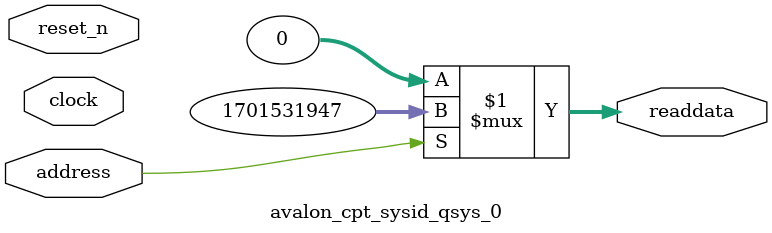
<source format=v>



// synthesis translate_off
`timescale 1ns / 1ps
// synthesis translate_on

// turn off superfluous verilog processor warnings 
// altera message_level Level1 
// altera message_off 10034 10035 10036 10037 10230 10240 10030 

module avalon_cpt_sysid_qsys_0 (
               // inputs:
                address,
                clock,
                reset_n,

               // outputs:
                readdata
             )
;

  output  [ 31: 0] readdata;
  input            address;
  input            clock;
  input            reset_n;

  wire    [ 31: 0] readdata;
  //control_slave, which is an e_avalon_slave
  assign readdata = address ? 1701531947 : 0;

endmodule



</source>
